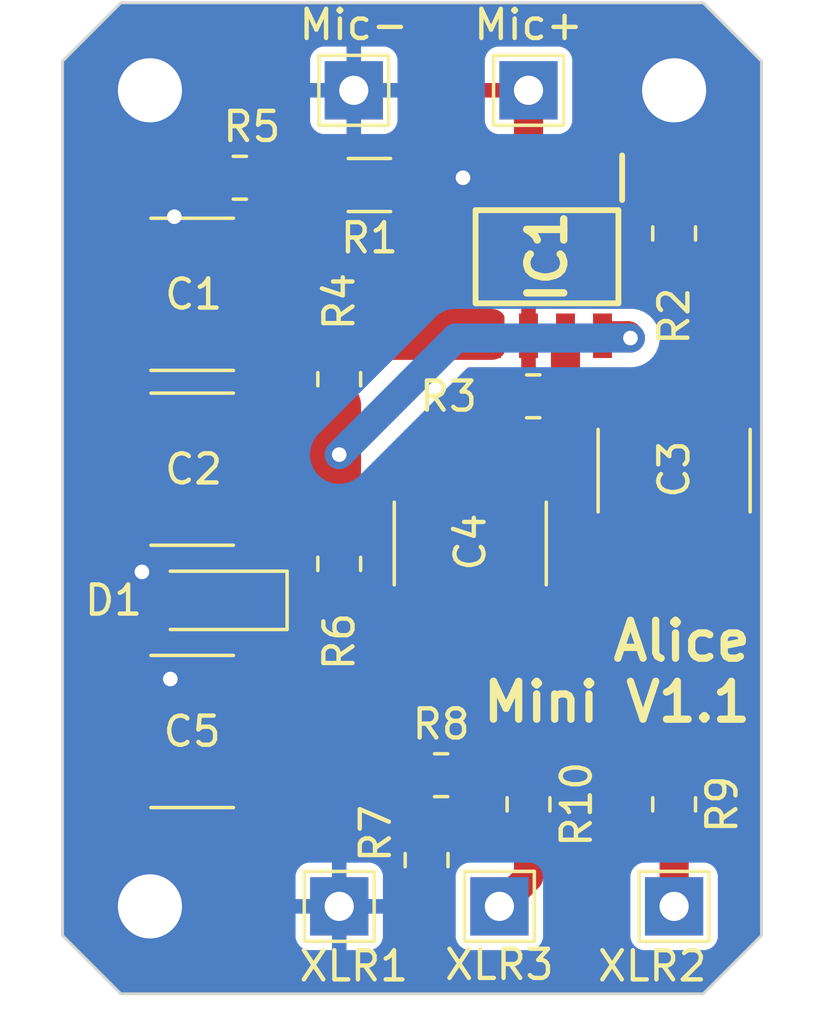
<source format=kicad_pcb>
(kicad_pcb (version 20240108) (generator "pcbnew") (generator_version "8.0")
  (layers (0 "F.Cu" signal) (31 "B.Cu" signal) (34 "B.Paste" user) (35 "F.Paste" user) (36 "B.SilkS" user "B.Silkscreen") (37 "F.SilkS" user "F.Silkscreen") (38 "B.Mask" user) (39 "F.Mask" user) (44 "Edge.Cuts" user))
  (net 0 "")
  (net 1 "GND")
  (net 2 "Net-(IC1-+IN_B)")
  (net 3 "Net-(IC1-V+)")
  (net 4 "Net-(C4-Pad2)")
  (net 5 "Net-(IC1-OUT_B)")
  (net 6 "Net-(C3-Pad2)")
  (net 7 "Net-(IC1--IN_A)")
  (net 8 "Net-(D1-K)")
  (net 9 "Net-(IC1-+IN_A)")
  (net 10 "Net-(H6-Pad1)")
  (net 11 "Net-(H7-Pad1)")
  (net 12 "Net-(IC1--IN_B)")
  (footprint "Resistor_SMD:R_0805_2012Metric" (layer "F.Cu") (at 109.5 119.25 -90)
    (property "Reference" "R6" (at 2.6625 0 90) (layer "F.SilkS"))
    (property "Value" "400")
    (fp_line (start -0.227064 0.735) (end 0.227064 0.735) (stroke (width 0.12)) (layer "F.SilkS"))
    (fp_line (start -0.227064 -0.735) (end 0.227064 -0.735) (stroke (width 0.12)) (layer "F.SilkS"))
    (pad "1" smd roundrect (at -0.9125 0 270) (size 1.025 1.4) (layers "F.Cu" "F.Paste" "F.Mask") (roundrect_rratio 0.243902) (net 3 "Net-(IC1-V+)"))
    (pad "2" smd roundrect (at 0.9125 0 270) (size 1.025 1.4) (layers "F.Cu" "F.Paste" "F.Mask") (roundrect_rratio 0.243902) (net 8 "Net-(D1-K)"))
  )
  (footprint "Resistor_SMD:R_0805_2012Metric" (layer "F.Cu") (at 121 127.5 -90)
    (property "Reference" "R9" (at 0 -1.65 90) (layer "F.SilkS"))
    (property "Value" "47")
    (fp_line (start -0.227064 0.735) (end 0.227064 0.735) (stroke (width 0.12)) (layer "F.SilkS"))
    (fp_line (start -0.227064 -0.735) (end 0.227064 -0.735) (stroke (width 0.12)) (layer "F.SilkS"))
    (pad "1" smd roundrect (at -0.9125 0 270) (size 1.025 1.4) (layers "F.Cu" "F.Paste" "F.Mask") (roundrect_rratio 0.243902) (net 6 "Net-(C3-Pad2)"))
    (pad "2" smd roundrect (at 0.9125 0 270) (size 1.025 1.4) (layers "F.Cu" "F.Paste" "F.Mask") (roundrect_rratio 0.243902) (net 10 "Net-(H6-Pad1)"))
  )
  (footprint "Capacitor_SMD:C_2220_5750Metric" (layer "F.Cu") (at 104.45 125 180)
    (property "Reference" "C5" (at 0 0 0) (layer "F.SilkS"))
    (property "Value" "22uF")
    (fp_line (start -1.415748 2.61) (end 1.415748 2.61) (stroke (width 0.12)) (layer "F.SilkS"))
    (fp_line (start -1.415748 -2.61) (end 1.415748 -2.61) (stroke (width 0.12)) (layer "F.SilkS"))
    (pad "1" smd roundrect (at -2.55 0 180) (size 1.8 5.4) (layers "F.Cu" "F.Paste" "F.Mask") (roundrect_rratio 0.138889) (net 8 "Net-(D1-K)"))
    (pad "2" smd roundrect (at 2.55 0 180) (size 1.8 5.4) (layers "F.Cu" "F.Paste" "F.Mask") (roundrect_rratio 0.138889) (net 1 "GND"))
  )
  (footprint "Project_Library:SOIC127P600X175-8N" (layer "F.Cu") (at 116.635 108.711 -90)
    (property "Reference" "IC1" (at 0 0 90) (layer "F.SilkS") (effects (font (size 1.27 1.27) (thickness 0.254))))
    (property "Value" "OPA1642AIDR" (hide yes))
    (fp_line (start -1.598 2.452) (end -1.598 -2.452) (stroke (width 0.2)) (layer "F.SilkS"))
    (fp_line (start 1.598 2.452) (end -1.598 2.452) (stroke (width 0.2)) (layer "F.SilkS"))
    (fp_line (start -1.598 -2.452) (end 1.598 -2.452) (stroke (width 0.2)) (layer "F.SilkS"))
    (fp_line (start 1.598 -2.452) (end 1.598 2.452) (stroke (width 0.2)) (layer "F.SilkS"))
    (fp_line (start -3.475 -2.58) (end -1.948 -2.58) (stroke (width 0.2)) (layer "F.SilkS"))
    (pad "1" smd rect (at -2.711 -1.905) (size 0.65 1.528) (layers "F.Cu" "F.Paste" "F.Mask") (net 7 "Net-(IC1--IN_A)"))
    (pad "2" smd rect (at -2.711 -0.635) (size 0.65 1.528) (layers "F.Cu" "F.Paste" "F.Mask") (net 7 "Net-(IC1--IN_A)"))
    (pad "3" smd rect (at -2.711 0.635) (size 0.65 1.528) (layers "F.Cu" "F.Paste" "F.Mask") (net 9 "Net-(IC1-+IN_A)"))
    (pad "4" smd rect (at -2.711 1.905) (size 0.65 1.528) (layers "F.Cu" "F.Paste" "F.Mask") (net 1 "GND"))
    (pad "5" smd rect (at 2.711 1.905) (size 0.65 1.528) (layers "F.Cu" "F.Paste" "F.Mask") (net 2 "Net-(IC1-+IN_B)"))
    (pad "6" smd rect (at 2.711 0.635) (size 0.65 1.528) (layers "F.Cu" "F.Paste" "F.Mask") (net 12 "Net-(IC1--IN_B)"))
    (pad "7" smd rect (at 2.711 -0.635) (size 0.65 1.528) (layers "F.Cu" "F.Paste" "F.Mask") (net 5 "Net-(IC1-OUT_B)"))
    (pad "8" smd rect (at 2.711 -1.905) (size 0.65 1.528) (layers "F.Cu" "F.Paste" "F.Mask") (net 3 "Net-(IC1-V+)"))
  )
  (footprint "TestPoint:TestPoint_THTPad_2.0x2.0mm_Drill1.0mm" (layer "F.Cu") (at 121 131)
    (property "Reference" "H6" (hide yes))
    (property "Value" "XLR2" (at -0.75 2.05 0) (layer "F.SilkS"))
    (fp_line (start -1.2 -1.2) (end 1.2 -1.2) (stroke (width 0.12)) (layer "F.SilkS"))
    (fp_line (start -1.2 1.2) (end -1.2 -1.2) (stroke (width 0.12)) (layer "F.SilkS"))
    (fp_line (start 1.2 -1.2) (end 1.2 1.2) (stroke (width 0.12)) (layer "F.SilkS"))
    (fp_line (start 1.2 1.2) (end -1.2 1.2) (stroke (width 0.12)) (layer "F.SilkS"))
    (pad "1" thru_hole rect (at 0 0) (size 2 2) (drill 1) (layers "*.Cu" "*.Mask") (net 10 "Net-(H6-Pad1)"))
  )
  (footprint "Resistor_SMD:R_1206_3216Metric" (layer "F.Cu") (at 110.5375 106.25 180)
    (property "Reference" "R1" (at 0 -1.82 180) (layer "F.SilkS"))
    (property "Value" "800M")
    (fp_line (start -0.727064 0.91) (end 0.727064 0.91) (stroke (width 0.12)) (layer "F.SilkS"))
    (fp_line (start -0.727064 -0.91) (end 0.727064 -0.91) (stroke (width 0.12)) (layer "F.SilkS"))
    (pad "1" smd roundrect (at -1.4625 0 180) (size 1.125 1.75) (layers "F.Cu" "F.Paste" "F.Mask") (roundrect_rratio 0.222222) (net 9 "Net-(IC1-+IN_A)"))
    (pad "2" smd roundrect (at 1.4625 0 180) (size 1.125 1.75) (layers "F.Cu" "F.Paste" "F.Mask") (roundrect_rratio 0.222222) (net 2 "Net-(IC1-+IN_B)"))
  )
  (footprint "Resistor_SMD:R_0805_2012Metric" (layer "F.Cu") (at 116 127.5 -90)
    (property "Reference" "R10" (at 0 -1.65 90) (layer "F.SilkS"))
    (property "Value" "47")
    (fp_line (start -0.227064 0.735) (end 0.227064 0.735) (stroke (width 0.12)) (layer "F.SilkS"))
    (fp_line (start -0.227064 -0.735) (end 0.227064 -0.735) (stroke (width 0.12)) (layer "F.SilkS"))
    (pad "1" smd roundrect (at -0.9125 0 270) (size 1.025 1.4) (layers "F.Cu" "F.Paste" "F.Mask") (roundrect_rratio 0.243902) (net 4 "Net-(C4-Pad2)"))
    (pad "2" smd roundrect (at 0.9125 0 270) (size 1.025 1.4) (layers "F.Cu" "F.Paste" "F.Mask") (roundrect_rratio 0.243902) (net 11 "Net-(H7-Pad1)"))
  )
  (footprint "MountingHole:MountingHole_2.2mm_M2" (layer "F.Cu") (at 103 103)
    (property "Reference" "H1" (hide yes))
    (property "Value" "MountingHole")
    (pad "" np_thru_hole circle (at 0 0) (size 2.2 2.2) (drill 2.2) (layers "*.Cu" "*.Mask"))
  )
  (footprint "TestPoint:TestPoint_THTPad_2.0x2.0mm_Drill1.0mm" (layer "F.Cu") (at 115 131)
    (property "Reference" "H7" (hide yes))
    (property "Value" "XLR3" (at 0 2 0) (layer "F.SilkS"))
    (fp_line (start -1.2 -1.2) (end 1.2 -1.2) (stroke (width 0.12)) (layer "F.SilkS"))
    (fp_line (start -1.2 1.2) (end -1.2 -1.2) (stroke (width 0.12)) (layer "F.SilkS"))
    (fp_line (start 1.2 -1.2) (end 1.2 1.2) (stroke (width 0.12)) (layer "F.SilkS"))
    (fp_line (start 1.2 1.2) (end -1.2 1.2) (stroke (width 0.12)) (layer "F.SilkS"))
    (pad "1" thru_hole rect (at 0 0) (size 2 2) (drill 1) (layers "*.Cu" "*.Mask") (net 11 "Net-(H7-Pad1)"))
  )
  (footprint "Resistor_SMD:R_0805_2012Metric" (layer "F.Cu") (at 109.5 112.9125 90)
    (property "Reference" "R4" (at 2.6625 0 90) (layer "F.SilkS"))
    (property "Value" "47K")
    (fp_line (start -0.227064 -0.735) (end 0.227064 -0.735) (stroke (width 0.12)) (layer "F.SilkS"))
    (fp_line (start -0.227064 0.735) (end 0.227064 0.735) (stroke (width 0.12)) (layer "F.SilkS"))
    (pad "1" smd roundrect (at -0.9125 0 90) (size 1.025 1.4) (layers "F.Cu" "F.Paste" "F.Mask") (roundrect_rratio 0.243902) (net 3 "Net-(IC1-V+)"))
    (pad "2" smd roundrect (at 0.9125 0 90) (size 1.025 1.4) (layers "F.Cu" "F.Paste" "F.Mask") (roundrect_rratio 0.243902) (net 2 "Net-(IC1-+IN_B)"))
  )
  (footprint "MountingHole:MountingHole_2.2mm_M2" (layer "F.Cu") (at 103 131)
    (property "Reference" "H3" (hide yes))
    (property "Value" "MountingHole")
    (pad "" np_thru_hole circle (at 0 0) (size 2.2 2.2) (drill 2.2) (layers "*.Cu" "*.Mask"))
  )
  (footprint "TestPoint:TestPoint_THTPad_2.0x2.0mm_Drill1.0mm" (layer "F.Cu") (at 110 103)
    (property "Reference" "H5" (hide yes))
    (property "Value" "Mic-" (at 0 -2.25 0) (layer "F.SilkS"))
    (fp_line (start -1.2 -1.2) (end 1.2 -1.2) (stroke (width 0.12)) (layer "F.SilkS"))
    (fp_line (start -1.2 1.2) (end -1.2 -1.2) (stroke (width 0.12)) (layer "F.SilkS"))
    (fp_line (start 1.2 -1.2) (end 1.2 1.2) (stroke (width 0.12)) (layer "F.SilkS"))
    (fp_line (start 1.2 1.2) (end -1.2 1.2) (stroke (width 0.12)) (layer "F.SilkS"))
    (pad "1" thru_hole rect (at 0 0) (size 2 2) (drill 1) (layers "*.Cu" "*.Mask") (net 1 "GND"))
  )
  (footprint "Capacitor_SMD:C_2220_5750Metric" (layer "F.Cu") (at 114 118.55 -90)
    (property "Reference" "C4" (at -0.05 0 90) (layer "F.SilkS"))
    (property "Value" "22uF")
    (fp_line (start -1.415748 2.61) (end 1.415748 2.61) (stroke (width 0.12)) (layer "F.SilkS"))
    (fp_line (start -1.415748 -2.61) (end 1.415748 -2.61) (stroke (width 0.12)) (layer "F.SilkS"))
    (pad "1" smd roundrect (at -2.55 0 270) (size 1.8 5.4) (layers "F.Cu" "F.Paste" "F.Mask") (roundrect_rratio 0.138889) (net 5 "Net-(IC1-OUT_B)"))
    (pad "2" smd roundrect (at 2.55 0 270) (size 1.8 5.4) (layers "F.Cu" "F.Paste" "F.Mask") (roundrect_rratio 0.138889) (net 4 "Net-(C4-Pad2)"))
  )
  (footprint "TestPoint:TestPoint_THTPad_2.0x2.0mm_Drill1.0mm" (layer "F.Cu") (at 109.5 131)
    (property "Reference" "H8" (hide yes))
    (property "Value" "XLR1" (at 0.5 2.05 0) (layer "F.SilkS"))
    (fp_line (start -1.2 -1.2) (end 1.2 -1.2) (stroke (width 0.12)) (layer "F.SilkS"))
    (fp_line (start -1.2 1.2) (end -1.2 -1.2) (stroke (width 0.12)) (layer "F.SilkS"))
    (fp_line (start 1.2 -1.2) (end 1.2 1.2) (stroke (width 0.12)) (layer "F.SilkS"))
    (fp_line (start 1.2 1.2) (end -1.2 1.2) (stroke (width 0.12)) (layer "F.SilkS"))
    (pad "1" thru_hole rect (at 0 0) (size 2 2) (drill 1) (layers "*.Cu" "*.Mask") (net 1 "GND"))
  )
  (footprint "Capacitor_SMD:C_2220_5750Metric" (layer "F.Cu") (at 104.45 116 180)
    (property "Reference" "C2" (at -0.05 0 0) (layer "F.SilkS"))
    (property "Value" "22uF")
    (fp_line (start -1.415748 2.61) (end 1.415748 2.61) (stroke (width 0.12)) (layer "F.SilkS"))
    (fp_line (start -1.415748 -2.61) (end 1.415748 -2.61) (stroke (width 0.12)) (layer "F.SilkS"))
    (pad "1" smd roundrect (at -2.55 0 180) (size 1.8 5.4) (layers "F.Cu" "F.Paste" "F.Mask") (roundrect_rratio 0.138889) (net 3 "Net-(IC1-V+)"))
    (pad "2" smd roundrect (at 2.55 0 180) (size 1.8 5.4) (layers "F.Cu" "F.Paste" "F.Mask") (roundrect_rratio 0.138889) (net 1 "GND"))
  )
  (footprint "Resistor_SMD:R_0805_2012Metric" (layer "F.Cu") (at 113 126.5 180)
    (property "Reference" "R8" (at 0 1.75 0) (layer "F.SilkS"))
    (property "Value" "2.2K")
    (fp_line (start -0.227064 0.735) (end 0.227064 0.735) (stroke (width 0.12)) (layer "F.SilkS"))
    (fp_line (start -0.227064 -0.735) (end 0.227064 -0.735) (stroke (width 0.12)) (layer "F.SilkS"))
    (pad "1" smd roundrect (at -0.9125 0 180) (size 1.025 1.4) (layers "F.Cu" "F.Paste" "F.Mask") (roundrect_rratio 0.243902) (net 4 "Net-(C4-Pad2)"))
    (pad "2" smd roundrect (at 0.9125 0 180) (size 1.025 1.4) (layers "F.Cu" "F.Paste" "F.Mask") (roundrect_rratio 0.243902) (net 8 "Net-(D1-K)"))
  )
  (footprint "MountingHole:MountingHole_2.2mm_M2" (layer "F.Cu") (at 121 103)
    (property "Reference" "H2" (hide yes))
    (property "Value" "MountingHole")
    (pad "" np_thru_hole circle (at 0 0) (size 2.2 2.2) (drill 2.2) (layers "*.Cu" "*.Mask"))
  )
  (footprint "Resistor_SMD:R_0805_2012Metric" (layer "F.Cu") (at 106.0875 106 180)
    (property "Reference" "R5" (at -0.4125 1.75 0) (layer "F.SilkS"))
    (property "Value" "47K")
    (fp_line (start -0.227064 0.735) (end 0.227064 0.735) (stroke (width 0.12)) (layer "F.SilkS"))
    (fp_line (start -0.227064 -0.735) (end 0.227064 -0.735) (stroke (width 0.12)) (layer "F.SilkS"))
    (pad "1" smd roundrect (at -0.9125 0 180) (size 1.025 1.4) (layers "F.Cu" "F.Paste" "F.Mask") (roundrect_rratio 0.243902) (net 2 "Net-(IC1-+IN_B)"))
    (pad "2" smd roundrect (at 0.9125 0 180) (size 1.025 1.4) (layers "F.Cu" "F.Paste" "F.Mask") (roundrect_rratio 0.243902) (net 1 "GND"))
  )
  (footprint "Capacitor_SMD:C_2220_5750Metric" (layer "F.Cu") (at 121 116.05 -90)
    (property "Reference" "C3" (at -0.05 0 90) (layer "F.SilkS"))
    (property "Value" "22uF")
    (fp_line (start -1.415748 2.61) (end 1.415748 2.61) (stroke (width 0.12)) (layer "F.SilkS"))
    (fp_line (start -1.415748 -2.61) (end 1.415748 -2.61) (stroke (width 0.12)) (layer "F.SilkS"))
    (pad "1" smd roundrect (at -2.55 0 270) (size 1.8 5.4) (layers "F.Cu" "F.Paste" "F.Mask") (roundrect_rratio 0.138889) (net 7 "Net-(IC1--IN_A)"))
    (pad "2" smd roundrect (at 2.55 0 270) (size 1.8 5.4) (layers "F.Cu" "F.Paste" "F.Mask") (roundrect_rratio 0.138889) (net 6 "Net-(C3-Pad2)"))
  )
  (footprint "Resistor_SMD:R_0805_2012Metric" (layer "F.Cu") (at 121 107.9125 90)
    (property "Reference" "R2" (at -2.8375 0 90) (layer "F.SilkS"))
    (property "Value" "2.2K")
    (fp_line (start -0.227064 -0.735) (end 0.227064 -0.735) (stroke (width 0.12)) (layer "F.SilkS"))
    (fp_line (start -0.227064 0.735) (end 0.227064 0.735) (stroke (width 0.12)) (layer "F.SilkS"))
    (pad "1" smd roundrect (at -0.9125 0 90) (size 1.025 1.4) (layers "F.Cu" "F.Paste" "F.Mask") (roundrect_rratio 0.243902) (net 12 "Net-(IC1--IN_B)"))
    (pad "2" smd roundrect (at 0.9125 0 90) (size 1.025 1.4) (layers "F.Cu" "F.Paste" "F.Mask") (roundrect_rratio 0.243902) (net 7 "Net-(IC1--IN_A)"))
  )
  (footprint "Diode_SMD:D_SOD-123" (layer "F.Cu") (at 105.35 120.5 180)
    (property "Reference" "D1" (at 3.6 0 0) (layer "F.SilkS"))
    (property "Value" "12V")
    (fp_line (start -2.36 1) (end 1.65 1) (stroke (width 0.12)) (layer "F.SilkS"))
    (fp_line (start -2.36 -1) (end 1.65 -1) (stroke (width 0.12)) (layer "F.SilkS"))
    (fp_line (start -2.36 -1) (end -2.36 1) (stroke (width 0.12)) (layer "F.SilkS"))
    (pad "1" smd roundrect (at -1.65 0 180) (size 0.9 1.2) (layers "F.Cu" "F.Paste" "F.Mask") (net 8 "Net-(D1-K)"))
    (pad "2" smd roundrect (at 1.65 0 180) (size 0.9 1.2) (layers "F.Cu" "F.Paste" "F.Mask") (net 1 "GND"))
  )
  (footprint "TestPoint:TestPoint_THTPad_2.0x2.0mm_Drill1.0mm" (layer "F.Cu") (at 116 103)
    (property "Reference" "H4" (hide yes))
    (property "Value" "Mic+" (at 0 -2.25 0) (layer "F.SilkS"))
    (fp_line (start -1.2 -1.2) (end 1.2 -1.2) (stroke (width 0.12)) (layer "F.SilkS"))
    (fp_line (start -1.2 1.2) (end -1.2 -1.2) (stroke (width 0.12)) (layer "F.SilkS"))
    (fp_line (start 1.2 -1.2) (end 1.2 1.2) (stroke (width 0.12)) (layer "F.SilkS"))
    (fp_line (start 1.2 1.2) (end -1.2 1.2) (stroke (width 0.12)) (layer "F.SilkS"))
    (pad "1" thru_hole rect (at 0 0) (size 2 2) (drill 1) (layers "*.Cu" "*.Mask") (net 9 "Net-(IC1-+IN_A)"))
  )
  (footprint "Resistor_SMD:R_0805_2012Metric" (layer "F.Cu") (at 116.1625 113.5)
    (property "Reference" "R3" (at -2.9125 0 0) (layer "F.SilkS"))
    (property "Value" "2.2K")
    (fp_line (start -0.227064 -0.735) (end 0.227064 -0.735) (stroke (width 0.12)) (layer "F.SilkS"))
    (fp_line (start -0.227064 0.735) (end 0.227064 0.735) (stroke (width 0.12)) (layer "F.SilkS"))
    (pad "1" smd roundrect (at -0.9125 0) (size 1.025 1.4) (layers "F.Cu" "F.Paste" "F.Mask") (roundrect_rratio 0.243902) (net 12 "Net-(IC1--IN_B)"))
    (pad "2" smd roundrect (at 0.9125 0) (size 1.025 1.4) (layers "F.Cu" "F.Paste" "F.Mask") (roundrect_rratio 0.243902) (net 5 "Net-(IC1-OUT_B)"))
  )
  (footprint "Resistor_SMD:R_0805_2012Metric" (layer "F.Cu") (at 112.5 129.4125 90)
    (property "Reference" "R7" (at 0.9125 -1.75 90) (layer "F.SilkS"))
    (property "Value" "2.2K")
    (fp_line (start -0.227064 -0.735) (end 0.227064 -0.735) (stroke (width 0.12)) (layer "F.SilkS"))
    (fp_line (start -0.227064 0.735) (end 0.227064 0.735) (stroke (width 0.12)) (layer "F.SilkS"))
    (pad "1" smd roundrect (at -0.9125 0 90) (size 1.025 1.4) (layers "F.Cu" "F.Paste" "F.Mask") (roundrect_rratio 0.243902) (net 6 "Net-(C3-Pad2)"))
    (pad "2" smd roundrect (at 0.9125 0 90) (size 1.025 1.4) (layers "F.Cu" "F.Paste" "F.Mask") (roundrect_rratio 0.243902) (net 8 "Net-(D1-K)"))
  )
  (footprint "Capacitor_SMD:C_2220_5750Metric" (layer "F.Cu") (at 104.45 110 180)
    (property "Reference" "C1" (at -0.05 0 0) (layer "F.SilkS"))
    (property "Value" "22uF")
    (fp_line (start -1.415748 2.61) (end 1.415748 2.61) (stroke (width 0.12)) (layer "F.SilkS"))
    (fp_line (start -1.415748 -2.61) (end 1.415748 -2.61) (stroke (width 0.12)) (layer "F.SilkS"))
    (pad "1" smd roundrect (at -2.55 0 180) (size 1.8 5.4) (layers "F.Cu" "F.Paste" "F.Mask") (roundrect_rratio 0.138889) (net 2 "Net-(IC1-+IN_B)"))
    (pad "2" smd roundrect (at 2.55 0 180) (size 1.8 5.4) (layers "F.Cu" "F.Paste" "F.Mask") (roundrect_rratio 0.138889) (net 1 "GND"))
  )
  (gr_poly (pts (xy 100 102) (xy 102 100) (xy 122 100) (xy 124 102) (xy 124 132) (xy 122 134) (xy 102 134) (xy 100 132)) (stroke (width 0.1)) (fill none) (layer "Edge.Cuts"))
  (gr_text "Alice\nMini V1.1" (at 123.75 124.75 0) (layer "F.SilkS") (effects (font (size 1.3 1.3) (thickness 0.25) (bold yes)) (justify right bottom)))
  (segment (start 103.8375 107.3375) (end 105.175 106) (width 1) (layer "F.Cu") (net 1))
  (segment (start 101.9 118.7) (end 102.725 119.525) (width 1) (layer "F.Cu") (net 1))
  (segment (start 102.725 119.525) (end 103.7 120.5) (width 1) (layer "F.Cu") (net 1))
  (segment (start 103.7 123.2) (end 101.9 125) (width 1) (layer "F.Cu") (net 1))
  (segment (start 101.9 109.275) (end 101.9 118.7) (width 1) (layer "F.Cu") (net 1))
  (segment (start 114.73 106) (end 113.75 106) (width 1) (layer "F.Cu") (net 1))
  (segment (start 103.7 123.2) (end 103.7 120.5) (width 1) (layer "F.Cu") (net 1))
  (segment (start 103.8375 107.3375) (end 101.9 109.275) (width 1) (layer "F.Cu") (net 1))
  (via (at 113.75 106) (size 0.8) (drill 0.5) (layers "F.Cu" "B.Cu") (net 1))
  (via (at 103.7 123.2) (size 0.8) (drill 0.5) (layers "F.Cu" "B.Cu") (net 1))
  (via (at 103.8375 107.3375) (size 0.8) (drill 0.5) (layers "F.Cu" "B.Cu") (net 1))
  (via (at 102.725 119.525) (size 0.8) (drill 0.5) (layers "F.Cu" "B.Cu") (net 1))
  (segment (start 119.422 111.422) (end 119.5 111.5) (width 1) (layer "F.Cu") (net 3))
  (segment (start 118.54 111.422) (end 119.422 111.422) (width 1) (layer "F.Cu") (net 3))
  (via (at 119.5 111.5) (size 0.8) (drill 0.5) (layers "F.Cu" "B.Cu") (net 3))
  (via (at 109.5 115.5) (size 0.8) (drill 0.5) (layers "F.Cu" "B.Cu") (net 3))
  (segment (start 109.5 115.5) (end 113.5 111.5) (width 1) (layer "B.Cu") (net 3))
  (segment (start 113.5 111.5) (end 119.5 111.5) (width 1) (layer "B.Cu") (net 3))
  (segment (start 117.27 111.422) (end 117.27 115.43) (width 1) (layer "F.Cu") (net 5))
  (segment (start 116.7 116) (end 114 116) (width 1) (layer "F.Cu") (net 5))
  (segment (start 117.27 115.43) (end 116.7 116) (width 1) (layer "F.Cu") (net 5))
  (segment (start 112.5 132) (end 112.5 130.325) (width 0.5) (layer "F.Cu") (net 6))
  (segment (start 113.5 133) (end 112.5 132) (width 0.5) (layer "F.Cu") (net 6))
  (segment (start 118.5 128.5) (end 118.5 131.5) (width 0.5) (layer "F.Cu") (net 6))
  (segment (start 117 133) (end 113.5 133) (width 0.5) (layer "F.Cu") (net 6))
  (segment (start 118.5 131.5) (end 117 133) (width 0.5) (layer "F.Cu") (net 6))
  (segment (start 121 106) (end 123 108) (width 1) (layer "F.Cu") (net 7))
  (segment (start 123 111.5) (end 121 113.5) (width 1) (layer "F.Cu") (net 7))
  (segment (start 123 108) (end 123 111.5) (width 1) (layer "F.Cu") (net 7))
  (segment (start 117.27 106) (end 121 106) (width 1) (layer "F.Cu") (net 7))
  (segment (start 116 106) (end 116 103) (width 1) (layer "F.Cu") (net 9))
  (segment (start 112 104.75) (end 112 106.25) (width 0.5) (layer "F.Cu") (net 9))
  (segment (start 113.75 103) (end 112 104.75) (width 0.5) (layer "F.Cu") (net 9))
  (segment (start 116 103) (end 113.75 103) (width 0.5) (layer "F.Cu") (net 9))
  (segment (start 121 128.4125) (end 121 131) (width 1) (layer "F.Cu") (net 10))
  (segment (start 116 128.4125) (end 116 130) (width 1) (layer "F.Cu") (net 11))
  (segment (start 116 130) (end 115 131) (width 1) (layer "F.Cu") (net 11))
  (segment (start 116 111.422) (end 116 112.75) (width 0.5) (layer "F.Cu") (net 12))
  (segment (start 117.333 108.825) (end 116 110.158) (width 0.5) (layer "F.Cu") (net 12))
  (segment (start 116 110.158) (end 116 111.422) (width 0.5) (layer "F.Cu") (net 12))
  (segment (start 116 112.75) (end 115.25 113.5) (width 0.5) (layer "F.Cu") (net 12))
  (segment (start 121 108.825) (end 117.333 108.825) (width 0.5) (layer "F.Cu") (net 12))
  (zone (net 4) (net_name "Net-(C4-Pad2)") (layer "F.Cu") (priority 1) (connect_pads yes (clearance 0.5)) (min_thickness 0.25) (fill yes (thermal_gap 0.5) (thermal_bridge_width 0.5) (smoothing fillet) (radius 0.5))
    (polygon (pts (xy 113.25 127.25) (xy 116.75 127.25) (xy 116.75 120.25) (xy 111.25 120.25) (xy 111.25 123) (xy 113.25 125)))
  )
  (zone (net 3) (net_name "Net-(IC1-V+)") (layer "F.Cu") (priority 3) (connect_pads yes (clearance 0.5)) (min_thickness 0.25) (fill yes (thermal_gap 0.5) (thermal_bridge_width 0.5) (smoothing fillet) (radius 0.5))
    (polygon (pts (xy 110.25 113.25) (xy 110.25 118.75) (xy 108.5 118.75) (xy 108.25 118.75) (xy 106 118.75) (xy 106 113.25) (xy 108 113.25) (xy 109 113.25)))
  )
  (zone (net 8) (net_name "Net-(D1-K)") (layer "F.Cu") (connect_pads yes (clearance 0.5)) (min_thickness 0.25) (fill yes (thermal_gap 0.5) (thermal_bridge_width 0.5) (smoothing fillet) (radius 0.5))
    (polygon (pts (xy 113.25 129) (xy 113.25 128) (xy 112.75 127.5) (xy 112.75 126) (xy 110.25 123.5) (xy 110.25 119.75) (xy 108.75 119.75) (xy 108.5 119.75) (xy 106.75 119.75) (xy 106 120.5) (xy 106 127.75) (xy 110.5 127.75) (xy 111.75 129)))
  )
  (zone (net 6) (net_name "Net-(C3-Pad2)") (layer "F.Cu") (priority 2) (connect_pads yes (clearance 0.5)) (min_thickness 0.25) (fill yes (thermal_gap 0.5) (thermal_bridge_width 0.5) (smoothing fillet) (radius 0.5))
    (polygon (pts (xy 121.75 127.25) (xy 121.75 122.75) (xy 123.75 120.75) (xy 123.75 117.75) (xy 118.25 117.75) (xy 118.25 128.75) (xy 118.75 128.75) (xy 120.5 127.25)))
  )
  (zone (net 2) (net_name "Net-(IC1-+IN_B)") (layer "F.Cu") (priority 4) (connect_pads yes (clearance 0.5)) (min_thickness 0.25) (fill yes (thermal_gap 0.5) (thermal_bridge_width 0.5) (smoothing fillet) (radius 0.5))
    (polygon (pts (xy 115.25 112.25) (xy 115.25 110.5) (xy 112.25 110.5) (xy 109.75 108) (xy 109.75 105.25) (xy 106.5 105.25) (xy 106.5 107) (xy 106 107.5) (xy 106 112.75) (xy 107.75 112.75) (xy 109 112.75) (xy 110.25 112.75) (xy 110.75 112.25)))
  )
  (zone (net 1) (net_name "GND") (layer "B.Cu") (priority 5) (connect_pads (clearance 0.5)) (min_thickness 0.25) (fill yes (thermal_gap 0.5) (thermal_bridge_width 0.5) (smoothing fillet) (radius 0.5))
    (polygon (pts (xy 100 100) (xy 124 100) (xy 124 134) (xy 100 134)))
  )
)
</source>
